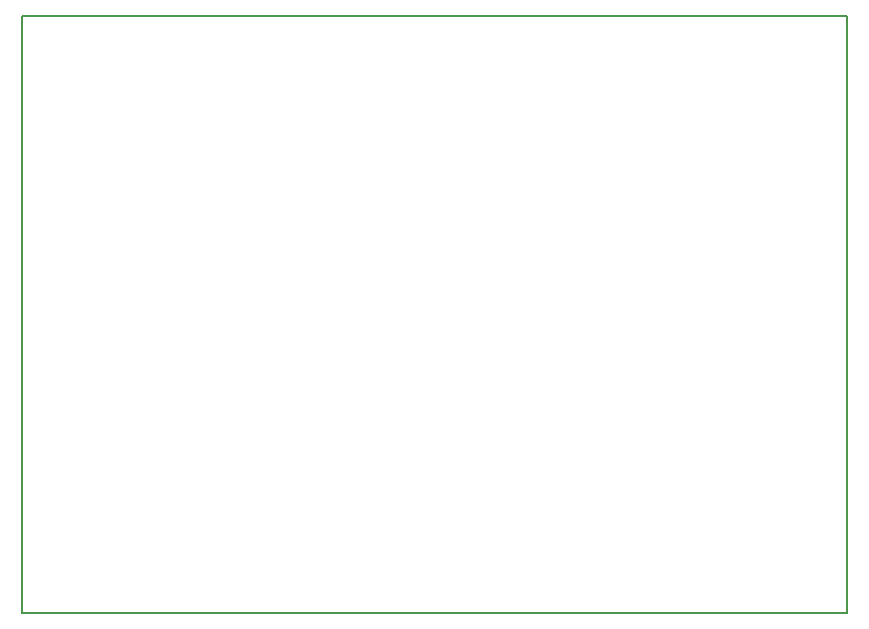
<source format=gm1>
%TF.GenerationSoftware,KiCad,Pcbnew,8.0.1*%
%TF.CreationDate,2024-05-05T16:57:19-04:00*%
%TF.ProjectId,arm,61726d2e-6b69-4636-9164-5f7063625858,rev?*%
%TF.SameCoordinates,Original*%
%TF.FileFunction,Profile,NP*%
%FSLAX46Y46*%
G04 Gerber Fmt 4.6, Leading zero omitted, Abs format (unit mm)*
G04 Created by KiCad (PCBNEW 8.0.1) date 2024-05-05 16:57:19*
%MOMM*%
%LPD*%
G01*
G04 APERTURE LIST*
%TA.AperFunction,Profile*%
%ADD10C,0.200000*%
%TD*%
G04 APERTURE END LIST*
D10*
X72100000Y-67000000D02*
X142000000Y-67000000D01*
X142000000Y-117500000D01*
X72100000Y-117500000D01*
X72100000Y-67000000D01*
M02*

</source>
